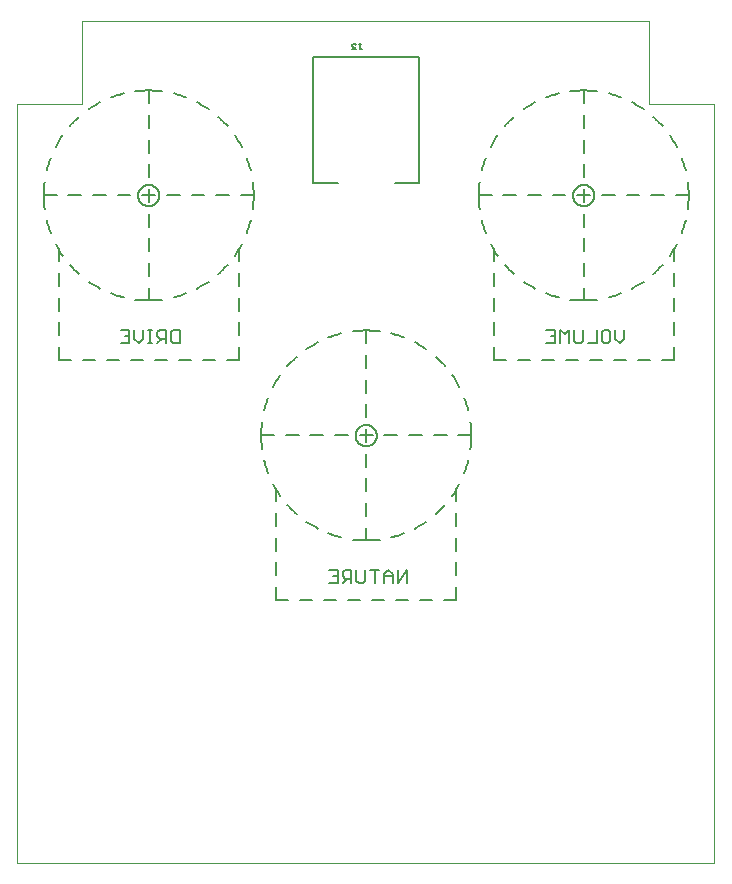
<source format=gbo>
G75*
%MOIN*%
%OFA0B0*%
%FSLAX25Y25*%
%IPPOS*%
%LPD*%
%AMOC8*
5,1,8,0,0,1.08239X$1,22.5*
%
%ADD10C,0.00500*%
%ADD11C,0.00600*%
%ADD12C,0.00000*%
%ADD13C,0.00800*%
D10*
X0091250Y0091663D02*
X0095305Y0091663D01*
X0091250Y0091663D02*
X0091250Y0096001D01*
X0091250Y0099938D02*
X0091250Y0104276D01*
X0091250Y0108213D02*
X0091250Y0112550D01*
X0091250Y0116487D02*
X0091250Y0120825D01*
X0091250Y0124762D02*
X0091250Y0129100D01*
X0090528Y0146600D02*
X0086250Y0146600D01*
X0094465Y0146600D02*
X0098743Y0146600D01*
X0102680Y0146600D02*
X0106959Y0146600D01*
X0110896Y0146600D02*
X0115174Y0146600D01*
X0119111Y0146600D02*
X0123389Y0146600D01*
X0155243Y0154935D02*
X0155057Y0155658D01*
X0154857Y0156377D01*
X0154640Y0157092D01*
X0154409Y0157802D01*
X0154163Y0158507D01*
X0153901Y0159206D01*
X0151972Y0146600D02*
X0156250Y0146600D01*
X0148035Y0146600D02*
X0143757Y0146600D01*
X0139820Y0146600D02*
X0135541Y0146600D01*
X0131604Y0146600D02*
X0127326Y0146600D01*
X0147531Y0169715D02*
X0147032Y0170271D01*
X0146521Y0170815D01*
X0145999Y0171349D01*
X0145465Y0171871D01*
X0144921Y0172382D01*
X0144365Y0172881D01*
X0163750Y0171663D02*
X0167805Y0171663D01*
X0171742Y0171663D02*
X0175797Y0171663D01*
X0179734Y0171663D02*
X0183789Y0171663D01*
X0187726Y0171663D02*
X0191781Y0171663D01*
X0195719Y0171663D02*
X0199774Y0171663D01*
X0203711Y0171663D02*
X0207766Y0171663D01*
X0211703Y0171663D02*
X0215758Y0171663D01*
X0219695Y0171663D02*
X0223750Y0171663D01*
X0223750Y0176001D01*
X0223750Y0179938D02*
X0223750Y0184276D01*
X0223750Y0188213D02*
X0223750Y0192550D01*
X0223750Y0196487D02*
X0223750Y0200825D01*
X0223750Y0204762D02*
X0223750Y0209100D01*
X0224472Y0226600D02*
X0228750Y0226600D01*
X0220535Y0226600D02*
X0216257Y0226600D01*
X0212320Y0226600D02*
X0208041Y0226600D01*
X0204104Y0226600D02*
X0199826Y0226600D01*
X0195889Y0226600D02*
X0191611Y0226600D01*
X0159757Y0234935D02*
X0159943Y0235658D01*
X0160143Y0236377D01*
X0160360Y0237092D01*
X0160591Y0237802D01*
X0160837Y0238507D01*
X0161099Y0239206D01*
X0163028Y0226600D02*
X0158750Y0226600D01*
X0166965Y0226600D02*
X0171243Y0226600D01*
X0175180Y0226600D02*
X0179459Y0226600D01*
X0183396Y0226600D02*
X0187674Y0226600D01*
X0167469Y0249715D02*
X0167968Y0250271D01*
X0168479Y0250815D01*
X0169001Y0251349D01*
X0169535Y0251871D01*
X0170079Y0252382D01*
X0170635Y0252881D01*
X0193750Y0253385D02*
X0193750Y0249107D01*
X0193750Y0245170D02*
X0193750Y0240891D01*
X0193750Y0236954D02*
X0193750Y0232676D01*
X0193750Y0228739D02*
X0193750Y0224461D01*
X0185414Y0192607D02*
X0184691Y0192793D01*
X0183972Y0192994D01*
X0183258Y0193210D01*
X0182548Y0193441D01*
X0181843Y0193688D01*
X0181144Y0193949D01*
X0193750Y0195878D02*
X0193750Y0191600D01*
X0193750Y0199815D02*
X0193750Y0204093D01*
X0193750Y0208030D02*
X0193750Y0212309D01*
X0193750Y0216246D02*
X0193750Y0220524D01*
X0202086Y0192607D02*
X0202809Y0192793D01*
X0203528Y0192994D01*
X0204242Y0193210D01*
X0204952Y0193441D01*
X0205657Y0193688D01*
X0206356Y0193949D01*
X0165041Y0206581D02*
X0164620Y0207198D01*
X0164213Y0207823D01*
X0163819Y0208457D01*
X0163439Y0209100D01*
X0163073Y0209750D01*
X0162720Y0210409D01*
X0163750Y0209100D02*
X0163750Y0204762D01*
X0163750Y0200825D02*
X0163750Y0196487D01*
X0163750Y0192550D02*
X0163750Y0188213D01*
X0163750Y0184276D02*
X0163750Y0179938D01*
X0163750Y0176001D02*
X0163750Y0171663D01*
X0151250Y0129100D02*
X0151250Y0124762D01*
X0151250Y0120825D02*
X0151250Y0116487D01*
X0151250Y0112550D02*
X0151250Y0108213D01*
X0151250Y0104276D02*
X0151250Y0099938D01*
X0151250Y0096001D02*
X0151250Y0091663D01*
X0147195Y0091663D01*
X0143258Y0091663D02*
X0139203Y0091663D01*
X0135266Y0091663D02*
X0131211Y0091663D01*
X0127274Y0091663D02*
X0123219Y0091663D01*
X0119281Y0091663D02*
X0115226Y0091663D01*
X0111289Y0091663D02*
X0107234Y0091663D01*
X0103297Y0091663D02*
X0099242Y0091663D01*
X0121250Y0111600D02*
X0121250Y0115878D01*
X0121250Y0119815D02*
X0121250Y0124093D01*
X0121250Y0128030D02*
X0121250Y0132309D01*
X0121250Y0136246D02*
X0121250Y0140524D01*
X0121250Y0144461D02*
X0121250Y0148739D01*
X0129585Y0180593D02*
X0130308Y0180407D01*
X0131027Y0180207D01*
X0131742Y0179990D01*
X0132452Y0179759D01*
X0133157Y0179513D01*
X0133856Y0179251D01*
X0121250Y0177322D02*
X0121250Y0181600D01*
X0121250Y0173385D02*
X0121250Y0169107D01*
X0121250Y0165170D02*
X0121250Y0160891D01*
X0121250Y0156954D02*
X0121250Y0152676D01*
X0112915Y0180593D02*
X0112192Y0180407D01*
X0111473Y0180207D01*
X0110758Y0179990D01*
X0110048Y0179759D01*
X0109343Y0179513D01*
X0108644Y0179251D01*
X0098135Y0172881D02*
X0097579Y0172382D01*
X0097035Y0171871D01*
X0096501Y0171349D01*
X0095979Y0170815D01*
X0095468Y0170271D01*
X0094969Y0169715D01*
X0078750Y0171663D02*
X0074695Y0171663D01*
X0078750Y0171663D02*
X0078750Y0176001D01*
X0078750Y0179938D02*
X0078750Y0184276D01*
X0078750Y0188213D02*
X0078750Y0192550D01*
X0078750Y0196487D02*
X0078750Y0200825D01*
X0078750Y0204762D02*
X0078750Y0209100D01*
X0079472Y0226600D02*
X0083750Y0226600D01*
X0075535Y0226600D02*
X0071257Y0226600D01*
X0067320Y0226600D02*
X0063041Y0226600D01*
X0059104Y0226600D02*
X0054826Y0226600D01*
X0050889Y0226600D02*
X0046611Y0226600D01*
X0014757Y0234935D02*
X0014943Y0235658D01*
X0015143Y0236377D01*
X0015360Y0237092D01*
X0015591Y0237802D01*
X0015837Y0238507D01*
X0016099Y0239206D01*
X0018028Y0226600D02*
X0013750Y0226600D01*
X0021965Y0226600D02*
X0026243Y0226600D01*
X0030180Y0226600D02*
X0034459Y0226600D01*
X0038396Y0226600D02*
X0042674Y0226600D01*
X0022469Y0249715D02*
X0022968Y0250271D01*
X0023479Y0250815D01*
X0024001Y0251349D01*
X0024535Y0251871D01*
X0025079Y0252382D01*
X0025635Y0252881D01*
X0048750Y0253385D02*
X0048750Y0249107D01*
X0048750Y0245170D02*
X0048750Y0240891D01*
X0048750Y0236954D02*
X0048750Y0232676D01*
X0048750Y0228739D02*
X0048750Y0224461D01*
X0040414Y0192607D02*
X0039691Y0192793D01*
X0038972Y0192994D01*
X0038258Y0193210D01*
X0037548Y0193441D01*
X0036843Y0193688D01*
X0036144Y0193949D01*
X0048750Y0195878D02*
X0048750Y0191600D01*
X0048750Y0199815D02*
X0048750Y0204093D01*
X0048750Y0208030D02*
X0048750Y0212309D01*
X0048750Y0216246D02*
X0048750Y0220524D01*
X0057086Y0192607D02*
X0057809Y0192793D01*
X0058528Y0192994D01*
X0059242Y0193210D01*
X0059952Y0193441D01*
X0060657Y0193688D01*
X0061356Y0193949D01*
X0062766Y0171663D02*
X0058711Y0171663D01*
X0054774Y0171663D02*
X0050719Y0171663D01*
X0046781Y0171663D02*
X0042726Y0171663D01*
X0038789Y0171663D02*
X0034734Y0171663D01*
X0030797Y0171663D02*
X0026742Y0171663D01*
X0022805Y0171663D02*
X0018750Y0171663D01*
X0018750Y0176001D01*
X0018750Y0179938D02*
X0018750Y0184276D01*
X0018750Y0188213D02*
X0018750Y0192550D01*
X0018750Y0196487D02*
X0018750Y0200825D01*
X0018750Y0204762D02*
X0018750Y0209100D01*
X0044283Y0261314D02*
X0045025Y0261401D01*
X0045768Y0261473D01*
X0046512Y0261528D01*
X0047258Y0261568D01*
X0048004Y0261592D01*
X0048750Y0261600D01*
X0048750Y0257322D01*
X0057085Y0260593D02*
X0057808Y0260407D01*
X0058527Y0260207D01*
X0059242Y0259990D01*
X0059952Y0259759D01*
X0060657Y0259513D01*
X0061356Y0259251D01*
X0071865Y0252881D02*
X0072421Y0252382D01*
X0072965Y0251871D01*
X0073499Y0251349D01*
X0074021Y0250815D01*
X0074532Y0250271D01*
X0075031Y0249715D01*
X0081401Y0239206D02*
X0081663Y0238507D01*
X0081909Y0237802D01*
X0082140Y0237092D01*
X0082357Y0236377D01*
X0082557Y0235658D01*
X0082743Y0234935D01*
X0083464Y0231067D02*
X0083551Y0230325D01*
X0083623Y0229582D01*
X0083678Y0228838D01*
X0083718Y0228092D01*
X0083742Y0227346D01*
X0083750Y0226600D01*
X0079780Y0242791D02*
X0079427Y0243449D01*
X0079061Y0244100D01*
X0078681Y0244742D01*
X0078287Y0245377D01*
X0077880Y0246002D01*
X0077459Y0246619D01*
X0053217Y0261314D02*
X0052475Y0261401D01*
X0051732Y0261473D01*
X0050988Y0261528D01*
X0050242Y0261568D01*
X0049496Y0261592D01*
X0048750Y0261600D01*
X0040415Y0260593D02*
X0039692Y0260407D01*
X0038973Y0260207D01*
X0038258Y0259990D01*
X0037548Y0259759D01*
X0036843Y0259513D01*
X0036144Y0259251D01*
X0032559Y0257630D02*
X0031901Y0257277D01*
X0031250Y0256911D01*
X0030608Y0256531D01*
X0029973Y0256137D01*
X0029348Y0255730D01*
X0028731Y0255309D01*
X0014036Y0231067D02*
X0013949Y0230325D01*
X0013877Y0229582D01*
X0013822Y0228838D01*
X0013782Y0228092D01*
X0013758Y0227346D01*
X0013750Y0226600D01*
X0017720Y0242791D02*
X0018073Y0243449D01*
X0018439Y0244100D01*
X0018819Y0244742D01*
X0019213Y0245377D01*
X0019620Y0246002D01*
X0020041Y0246619D01*
X0014757Y0218264D02*
X0014943Y0217541D01*
X0015144Y0216822D01*
X0015360Y0216108D01*
X0015591Y0215398D01*
X0015838Y0214693D01*
X0016099Y0213994D01*
X0077459Y0206581D02*
X0077880Y0207198D01*
X0078287Y0207823D01*
X0078681Y0208457D01*
X0079061Y0209100D01*
X0079427Y0209750D01*
X0079780Y0210409D01*
X0068769Y0255309D02*
X0068152Y0255730D01*
X0067527Y0256137D01*
X0066892Y0256531D01*
X0066250Y0256911D01*
X0065599Y0257277D01*
X0064941Y0257630D01*
X0082743Y0218264D02*
X0082557Y0217541D01*
X0082356Y0216822D01*
X0082140Y0216108D01*
X0081909Y0215398D01*
X0081662Y0214693D01*
X0081401Y0213994D01*
X0020041Y0206581D02*
X0019620Y0207198D01*
X0019213Y0207823D01*
X0018819Y0208457D01*
X0018439Y0209100D01*
X0018073Y0209750D01*
X0017720Y0210409D01*
X0048750Y0191600D02*
X0049497Y0191608D01*
X0050243Y0191632D01*
X0050988Y0191672D01*
X0051733Y0191727D01*
X0052476Y0191799D01*
X0053217Y0191886D01*
X0066703Y0171663D02*
X0070758Y0171663D01*
X0025635Y0200319D02*
X0025079Y0200818D01*
X0024535Y0201329D01*
X0024001Y0201851D01*
X0023479Y0202385D01*
X0022968Y0202929D01*
X0022469Y0203485D01*
X0071865Y0200319D02*
X0072421Y0200818D01*
X0072965Y0201329D01*
X0073499Y0201851D01*
X0074021Y0202385D01*
X0074532Y0202929D01*
X0075031Y0203485D01*
X0048750Y0191600D02*
X0048003Y0191608D01*
X0047257Y0191632D01*
X0046512Y0191672D01*
X0045767Y0191727D01*
X0045024Y0191799D01*
X0044283Y0191886D01*
X0045215Y0226600D02*
X0045217Y0226719D01*
X0045223Y0226837D01*
X0045233Y0226956D01*
X0045247Y0227074D01*
X0045265Y0227191D01*
X0045287Y0227308D01*
X0045312Y0227424D01*
X0045342Y0227539D01*
X0045375Y0227653D01*
X0045413Y0227766D01*
X0045454Y0227877D01*
X0045498Y0227987D01*
X0045547Y0228095D01*
X0045599Y0228202D01*
X0045655Y0228307D01*
X0045714Y0228410D01*
X0045776Y0228511D01*
X0045842Y0228610D01*
X0045911Y0228707D01*
X0045984Y0228801D01*
X0046059Y0228892D01*
X0046138Y0228982D01*
X0046219Y0229068D01*
X0046303Y0229152D01*
X0046391Y0229232D01*
X0046480Y0229310D01*
X0046573Y0229385D01*
X0046667Y0229456D01*
X0046765Y0229525D01*
X0046864Y0229590D01*
X0046965Y0229651D01*
X0047069Y0229710D01*
X0047174Y0229764D01*
X0047282Y0229816D01*
X0047390Y0229863D01*
X0047501Y0229907D01*
X0047613Y0229947D01*
X0047726Y0229983D01*
X0047840Y0230016D01*
X0047955Y0230044D01*
X0048071Y0230069D01*
X0048188Y0230090D01*
X0048306Y0230107D01*
X0048424Y0230120D01*
X0048542Y0230129D01*
X0048661Y0230134D01*
X0048780Y0230135D01*
X0048898Y0230132D01*
X0049017Y0230125D01*
X0049135Y0230114D01*
X0049253Y0230099D01*
X0049370Y0230080D01*
X0049487Y0230057D01*
X0049603Y0230031D01*
X0049717Y0230000D01*
X0049831Y0229966D01*
X0049944Y0229927D01*
X0050055Y0229885D01*
X0050164Y0229840D01*
X0050272Y0229790D01*
X0050379Y0229737D01*
X0050483Y0229681D01*
X0050586Y0229621D01*
X0050686Y0229558D01*
X0050784Y0229491D01*
X0050880Y0229421D01*
X0050974Y0229348D01*
X0051065Y0229272D01*
X0051153Y0229192D01*
X0051239Y0229110D01*
X0051322Y0229025D01*
X0051402Y0228937D01*
X0051479Y0228847D01*
X0051553Y0228754D01*
X0051624Y0228659D01*
X0051691Y0228561D01*
X0051756Y0228461D01*
X0051816Y0228359D01*
X0051874Y0228255D01*
X0051928Y0228149D01*
X0051978Y0228041D01*
X0052024Y0227932D01*
X0052067Y0227821D01*
X0052106Y0227709D01*
X0052142Y0227596D01*
X0052173Y0227481D01*
X0052201Y0227366D01*
X0052225Y0227250D01*
X0052245Y0227132D01*
X0052261Y0227015D01*
X0052273Y0226897D01*
X0052281Y0226778D01*
X0052285Y0226659D01*
X0052285Y0226541D01*
X0052281Y0226422D01*
X0052273Y0226303D01*
X0052261Y0226185D01*
X0052245Y0226068D01*
X0052225Y0225950D01*
X0052201Y0225834D01*
X0052173Y0225719D01*
X0052142Y0225604D01*
X0052106Y0225491D01*
X0052067Y0225379D01*
X0052024Y0225268D01*
X0051978Y0225159D01*
X0051928Y0225051D01*
X0051874Y0224945D01*
X0051816Y0224841D01*
X0051756Y0224739D01*
X0051691Y0224639D01*
X0051624Y0224541D01*
X0051553Y0224446D01*
X0051479Y0224353D01*
X0051402Y0224263D01*
X0051322Y0224175D01*
X0051239Y0224090D01*
X0051153Y0224008D01*
X0051065Y0223928D01*
X0050974Y0223852D01*
X0050880Y0223779D01*
X0050784Y0223709D01*
X0050686Y0223642D01*
X0050586Y0223579D01*
X0050483Y0223519D01*
X0050379Y0223463D01*
X0050272Y0223410D01*
X0050164Y0223360D01*
X0050055Y0223315D01*
X0049944Y0223273D01*
X0049831Y0223234D01*
X0049717Y0223200D01*
X0049603Y0223169D01*
X0049487Y0223143D01*
X0049370Y0223120D01*
X0049253Y0223101D01*
X0049135Y0223086D01*
X0049017Y0223075D01*
X0048898Y0223068D01*
X0048780Y0223065D01*
X0048661Y0223066D01*
X0048542Y0223071D01*
X0048424Y0223080D01*
X0048306Y0223093D01*
X0048188Y0223110D01*
X0048071Y0223131D01*
X0047955Y0223156D01*
X0047840Y0223184D01*
X0047726Y0223217D01*
X0047613Y0223253D01*
X0047501Y0223293D01*
X0047390Y0223337D01*
X0047282Y0223384D01*
X0047174Y0223436D01*
X0047069Y0223490D01*
X0046965Y0223549D01*
X0046864Y0223610D01*
X0046765Y0223675D01*
X0046667Y0223744D01*
X0046573Y0223815D01*
X0046480Y0223890D01*
X0046391Y0223968D01*
X0046303Y0224048D01*
X0046219Y0224132D01*
X0046138Y0224218D01*
X0046059Y0224308D01*
X0045984Y0224399D01*
X0045911Y0224493D01*
X0045842Y0224590D01*
X0045776Y0224689D01*
X0045714Y0224790D01*
X0045655Y0224893D01*
X0045599Y0224998D01*
X0045547Y0225105D01*
X0045498Y0225213D01*
X0045454Y0225323D01*
X0045413Y0225434D01*
X0045375Y0225547D01*
X0045342Y0225661D01*
X0045312Y0225776D01*
X0045287Y0225892D01*
X0045265Y0226009D01*
X0045247Y0226126D01*
X0045233Y0226244D01*
X0045223Y0226363D01*
X0045217Y0226481D01*
X0045215Y0226600D01*
X0083464Y0222133D02*
X0083551Y0222874D01*
X0083623Y0223617D01*
X0083678Y0224362D01*
X0083718Y0225107D01*
X0083742Y0225853D01*
X0083750Y0226600D01*
X0014036Y0222133D02*
X0013949Y0222874D01*
X0013877Y0223617D01*
X0013822Y0224362D01*
X0013782Y0225107D01*
X0013758Y0225853D01*
X0013750Y0226600D01*
X0064941Y0195570D02*
X0065600Y0195923D01*
X0066250Y0196289D01*
X0066893Y0196669D01*
X0067527Y0197063D01*
X0068152Y0197470D01*
X0068769Y0197891D01*
X0032559Y0195570D02*
X0031900Y0195923D01*
X0031250Y0196289D01*
X0030607Y0196669D01*
X0029973Y0197063D01*
X0029348Y0197470D01*
X0028731Y0197891D01*
X0116542Y0275250D02*
X0117810Y0275250D01*
X0116542Y0276518D01*
X0116542Y0276835D01*
X0116859Y0277152D01*
X0117493Y0277152D01*
X0117810Y0276835D01*
X0118752Y0277152D02*
X0119386Y0277152D01*
X0119069Y0277152D02*
X0119069Y0275567D01*
X0119386Y0275250D01*
X0119703Y0275250D01*
X0120020Y0275567D01*
X0193750Y0261600D02*
X0193750Y0257322D01*
X0202085Y0260593D02*
X0202808Y0260407D01*
X0203527Y0260207D01*
X0204242Y0259990D01*
X0204952Y0259759D01*
X0205657Y0259513D01*
X0206356Y0259251D01*
X0216865Y0252881D02*
X0217421Y0252382D01*
X0217965Y0251871D01*
X0218499Y0251349D01*
X0219021Y0250815D01*
X0219532Y0250271D01*
X0220031Y0249715D01*
X0226401Y0239206D02*
X0226663Y0238507D01*
X0226909Y0237802D01*
X0227140Y0237092D01*
X0227357Y0236377D01*
X0227557Y0235658D01*
X0227743Y0234935D01*
X0228464Y0231067D02*
X0228551Y0230325D01*
X0228623Y0229582D01*
X0228678Y0228838D01*
X0228718Y0228092D01*
X0228742Y0227346D01*
X0228750Y0226600D01*
X0224780Y0242791D02*
X0224427Y0243449D01*
X0224061Y0244100D01*
X0223681Y0244742D01*
X0223287Y0245377D01*
X0222880Y0246002D01*
X0222459Y0246619D01*
X0198217Y0261314D02*
X0197475Y0261401D01*
X0196732Y0261473D01*
X0195988Y0261528D01*
X0195242Y0261568D01*
X0194496Y0261592D01*
X0193750Y0261600D01*
X0185415Y0260593D02*
X0184692Y0260407D01*
X0183973Y0260207D01*
X0183258Y0259990D01*
X0182548Y0259759D01*
X0181843Y0259513D01*
X0181144Y0259251D01*
X0189283Y0261314D02*
X0190025Y0261401D01*
X0190768Y0261473D01*
X0191512Y0261528D01*
X0192258Y0261568D01*
X0193004Y0261592D01*
X0193750Y0261600D01*
X0209941Y0257630D02*
X0210599Y0257277D01*
X0211250Y0256911D01*
X0211892Y0256531D01*
X0212527Y0256137D01*
X0213152Y0255730D01*
X0213769Y0255309D01*
X0177559Y0257630D02*
X0176901Y0257277D01*
X0176250Y0256911D01*
X0175608Y0256531D01*
X0174973Y0256137D01*
X0174348Y0255730D01*
X0173731Y0255309D01*
X0159036Y0231067D02*
X0158949Y0230325D01*
X0158877Y0229582D01*
X0158822Y0228838D01*
X0158782Y0228092D01*
X0158758Y0227346D01*
X0158750Y0226600D01*
X0162720Y0242791D02*
X0163073Y0243449D01*
X0163439Y0244100D01*
X0163819Y0244742D01*
X0164213Y0245377D01*
X0164620Y0246002D01*
X0165041Y0246619D01*
X0159757Y0218264D02*
X0159943Y0217541D01*
X0160144Y0216822D01*
X0160360Y0216108D01*
X0160591Y0215398D01*
X0160838Y0214693D01*
X0161099Y0213994D01*
X0222459Y0206581D02*
X0222880Y0207198D01*
X0223287Y0207823D01*
X0223681Y0208457D01*
X0224061Y0209100D01*
X0224427Y0209750D01*
X0224780Y0210409D01*
X0193750Y0191600D02*
X0193003Y0191608D01*
X0192257Y0191632D01*
X0191512Y0191672D01*
X0190767Y0191727D01*
X0190024Y0191799D01*
X0189283Y0191886D01*
X0170635Y0200319D02*
X0170079Y0200818D01*
X0169535Y0201329D01*
X0169001Y0201851D01*
X0168479Y0202385D01*
X0167968Y0202929D01*
X0167469Y0203485D01*
X0193750Y0191600D02*
X0194497Y0191608D01*
X0195243Y0191632D01*
X0195988Y0191672D01*
X0196733Y0191727D01*
X0197476Y0191799D01*
X0198217Y0191886D01*
X0216865Y0200319D02*
X0217421Y0200818D01*
X0217965Y0201329D01*
X0218499Y0201851D01*
X0219021Y0202385D01*
X0219532Y0202929D01*
X0220031Y0203485D01*
X0159036Y0222133D02*
X0158949Y0222874D01*
X0158877Y0223617D01*
X0158822Y0224362D01*
X0158782Y0225107D01*
X0158758Y0225853D01*
X0158750Y0226600D01*
X0228464Y0222133D02*
X0228551Y0222874D01*
X0228623Y0223617D01*
X0228678Y0224362D01*
X0228718Y0225107D01*
X0228742Y0225853D01*
X0228750Y0226600D01*
X0227743Y0218264D02*
X0227557Y0217541D01*
X0227356Y0216822D01*
X0227140Y0216108D01*
X0226909Y0215398D01*
X0226662Y0214693D01*
X0226401Y0213994D01*
X0190215Y0226600D02*
X0190217Y0226719D01*
X0190223Y0226837D01*
X0190233Y0226956D01*
X0190247Y0227074D01*
X0190265Y0227191D01*
X0190287Y0227308D01*
X0190312Y0227424D01*
X0190342Y0227539D01*
X0190375Y0227653D01*
X0190413Y0227766D01*
X0190454Y0227877D01*
X0190498Y0227987D01*
X0190547Y0228095D01*
X0190599Y0228202D01*
X0190655Y0228307D01*
X0190714Y0228410D01*
X0190776Y0228511D01*
X0190842Y0228610D01*
X0190911Y0228707D01*
X0190984Y0228801D01*
X0191059Y0228892D01*
X0191138Y0228982D01*
X0191219Y0229068D01*
X0191303Y0229152D01*
X0191391Y0229232D01*
X0191480Y0229310D01*
X0191573Y0229385D01*
X0191667Y0229456D01*
X0191765Y0229525D01*
X0191864Y0229590D01*
X0191965Y0229651D01*
X0192069Y0229710D01*
X0192174Y0229764D01*
X0192282Y0229816D01*
X0192390Y0229863D01*
X0192501Y0229907D01*
X0192613Y0229947D01*
X0192726Y0229983D01*
X0192840Y0230016D01*
X0192955Y0230044D01*
X0193071Y0230069D01*
X0193188Y0230090D01*
X0193306Y0230107D01*
X0193424Y0230120D01*
X0193542Y0230129D01*
X0193661Y0230134D01*
X0193780Y0230135D01*
X0193898Y0230132D01*
X0194017Y0230125D01*
X0194135Y0230114D01*
X0194253Y0230099D01*
X0194370Y0230080D01*
X0194487Y0230057D01*
X0194603Y0230031D01*
X0194717Y0230000D01*
X0194831Y0229966D01*
X0194944Y0229927D01*
X0195055Y0229885D01*
X0195164Y0229840D01*
X0195272Y0229790D01*
X0195379Y0229737D01*
X0195483Y0229681D01*
X0195586Y0229621D01*
X0195686Y0229558D01*
X0195784Y0229491D01*
X0195880Y0229421D01*
X0195974Y0229348D01*
X0196065Y0229272D01*
X0196153Y0229192D01*
X0196239Y0229110D01*
X0196322Y0229025D01*
X0196402Y0228937D01*
X0196479Y0228847D01*
X0196553Y0228754D01*
X0196624Y0228659D01*
X0196691Y0228561D01*
X0196756Y0228461D01*
X0196816Y0228359D01*
X0196874Y0228255D01*
X0196928Y0228149D01*
X0196978Y0228041D01*
X0197024Y0227932D01*
X0197067Y0227821D01*
X0197106Y0227709D01*
X0197142Y0227596D01*
X0197173Y0227481D01*
X0197201Y0227366D01*
X0197225Y0227250D01*
X0197245Y0227132D01*
X0197261Y0227015D01*
X0197273Y0226897D01*
X0197281Y0226778D01*
X0197285Y0226659D01*
X0197285Y0226541D01*
X0197281Y0226422D01*
X0197273Y0226303D01*
X0197261Y0226185D01*
X0197245Y0226068D01*
X0197225Y0225950D01*
X0197201Y0225834D01*
X0197173Y0225719D01*
X0197142Y0225604D01*
X0197106Y0225491D01*
X0197067Y0225379D01*
X0197024Y0225268D01*
X0196978Y0225159D01*
X0196928Y0225051D01*
X0196874Y0224945D01*
X0196816Y0224841D01*
X0196756Y0224739D01*
X0196691Y0224639D01*
X0196624Y0224541D01*
X0196553Y0224446D01*
X0196479Y0224353D01*
X0196402Y0224263D01*
X0196322Y0224175D01*
X0196239Y0224090D01*
X0196153Y0224008D01*
X0196065Y0223928D01*
X0195974Y0223852D01*
X0195880Y0223779D01*
X0195784Y0223709D01*
X0195686Y0223642D01*
X0195586Y0223579D01*
X0195483Y0223519D01*
X0195379Y0223463D01*
X0195272Y0223410D01*
X0195164Y0223360D01*
X0195055Y0223315D01*
X0194944Y0223273D01*
X0194831Y0223234D01*
X0194717Y0223200D01*
X0194603Y0223169D01*
X0194487Y0223143D01*
X0194370Y0223120D01*
X0194253Y0223101D01*
X0194135Y0223086D01*
X0194017Y0223075D01*
X0193898Y0223068D01*
X0193780Y0223065D01*
X0193661Y0223066D01*
X0193542Y0223071D01*
X0193424Y0223080D01*
X0193306Y0223093D01*
X0193188Y0223110D01*
X0193071Y0223131D01*
X0192955Y0223156D01*
X0192840Y0223184D01*
X0192726Y0223217D01*
X0192613Y0223253D01*
X0192501Y0223293D01*
X0192390Y0223337D01*
X0192282Y0223384D01*
X0192174Y0223436D01*
X0192069Y0223490D01*
X0191965Y0223549D01*
X0191864Y0223610D01*
X0191765Y0223675D01*
X0191667Y0223744D01*
X0191573Y0223815D01*
X0191480Y0223890D01*
X0191391Y0223968D01*
X0191303Y0224048D01*
X0191219Y0224132D01*
X0191138Y0224218D01*
X0191059Y0224308D01*
X0190984Y0224399D01*
X0190911Y0224493D01*
X0190842Y0224590D01*
X0190776Y0224689D01*
X0190714Y0224790D01*
X0190655Y0224893D01*
X0190599Y0224998D01*
X0190547Y0225105D01*
X0190498Y0225213D01*
X0190454Y0225323D01*
X0190413Y0225434D01*
X0190375Y0225547D01*
X0190342Y0225661D01*
X0190312Y0225776D01*
X0190287Y0225892D01*
X0190265Y0226009D01*
X0190247Y0226126D01*
X0190233Y0226244D01*
X0190223Y0226363D01*
X0190217Y0226481D01*
X0190215Y0226600D01*
X0209941Y0195570D02*
X0210600Y0195923D01*
X0211250Y0196289D01*
X0211893Y0196669D01*
X0212527Y0197063D01*
X0213152Y0197470D01*
X0213769Y0197891D01*
X0177559Y0195570D02*
X0176900Y0195923D01*
X0176250Y0196289D01*
X0175607Y0196669D01*
X0174973Y0197063D01*
X0174348Y0197470D01*
X0173731Y0197891D01*
X0155964Y0151067D02*
X0156051Y0150325D01*
X0156123Y0149582D01*
X0156178Y0148838D01*
X0156218Y0148092D01*
X0156242Y0147346D01*
X0156250Y0146600D01*
X0152280Y0162791D02*
X0151927Y0163449D01*
X0151561Y0164100D01*
X0151181Y0164742D01*
X0150787Y0165377D01*
X0150380Y0166002D01*
X0149959Y0166619D01*
X0125717Y0181314D02*
X0124975Y0181401D01*
X0124232Y0181473D01*
X0123488Y0181528D01*
X0122742Y0181568D01*
X0121996Y0181592D01*
X0121250Y0181600D01*
X0137441Y0177630D02*
X0138099Y0177277D01*
X0138750Y0176911D01*
X0139392Y0176531D01*
X0140027Y0176137D01*
X0140652Y0175730D01*
X0141269Y0175309D01*
X0105059Y0177630D02*
X0104401Y0177277D01*
X0103750Y0176911D01*
X0103108Y0176531D01*
X0102473Y0176137D01*
X0101848Y0175730D01*
X0101231Y0175309D01*
X0088599Y0159206D02*
X0088337Y0158507D01*
X0088091Y0157802D01*
X0087860Y0157092D01*
X0087643Y0156377D01*
X0087443Y0155658D01*
X0087257Y0154935D01*
X0116783Y0181314D02*
X0117525Y0181401D01*
X0118268Y0181473D01*
X0119012Y0181528D01*
X0119758Y0181568D01*
X0120504Y0181592D01*
X0121250Y0181600D01*
X0086536Y0151067D02*
X0086449Y0150325D01*
X0086377Y0149582D01*
X0086322Y0148838D01*
X0086282Y0148092D01*
X0086258Y0147346D01*
X0086250Y0146600D01*
X0090220Y0162791D02*
X0090573Y0163449D01*
X0090939Y0164100D01*
X0091319Y0164742D01*
X0091713Y0165377D01*
X0092120Y0166002D01*
X0092541Y0166619D01*
X0087257Y0138264D02*
X0087443Y0137541D01*
X0087644Y0136822D01*
X0087860Y0136108D01*
X0088091Y0135398D01*
X0088338Y0134693D01*
X0088599Y0133994D01*
X0129586Y0112607D02*
X0130309Y0112793D01*
X0131028Y0112994D01*
X0131742Y0113210D01*
X0132452Y0113441D01*
X0133157Y0113688D01*
X0133856Y0113949D01*
X0112914Y0112607D02*
X0112191Y0112793D01*
X0111472Y0112994D01*
X0110758Y0113210D01*
X0110048Y0113441D01*
X0109343Y0113688D01*
X0108644Y0113949D01*
X0149959Y0126581D02*
X0150380Y0127198D01*
X0150787Y0127823D01*
X0151181Y0128457D01*
X0151561Y0129100D01*
X0151927Y0129750D01*
X0152280Y0130409D01*
X0092541Y0126581D02*
X0092120Y0127198D01*
X0091713Y0127823D01*
X0091319Y0128457D01*
X0090939Y0129100D01*
X0090573Y0129750D01*
X0090220Y0130409D01*
X0121250Y0111600D02*
X0121997Y0111608D01*
X0122743Y0111632D01*
X0123488Y0111672D01*
X0124233Y0111727D01*
X0124976Y0111799D01*
X0125717Y0111886D01*
X0098135Y0120319D02*
X0097579Y0120818D01*
X0097035Y0121329D01*
X0096501Y0121851D01*
X0095979Y0122385D01*
X0095468Y0122929D01*
X0094969Y0123485D01*
X0144365Y0120319D02*
X0144921Y0120818D01*
X0145465Y0121329D01*
X0145999Y0121851D01*
X0146521Y0122385D01*
X0147032Y0122929D01*
X0147531Y0123485D01*
X0121250Y0111600D02*
X0120503Y0111608D01*
X0119757Y0111632D01*
X0119012Y0111672D01*
X0118267Y0111727D01*
X0117524Y0111799D01*
X0116783Y0111886D01*
X0117715Y0146600D02*
X0117717Y0146719D01*
X0117723Y0146837D01*
X0117733Y0146956D01*
X0117747Y0147074D01*
X0117765Y0147191D01*
X0117787Y0147308D01*
X0117812Y0147424D01*
X0117842Y0147539D01*
X0117875Y0147653D01*
X0117913Y0147766D01*
X0117954Y0147877D01*
X0117998Y0147987D01*
X0118047Y0148095D01*
X0118099Y0148202D01*
X0118155Y0148307D01*
X0118214Y0148410D01*
X0118276Y0148511D01*
X0118342Y0148610D01*
X0118411Y0148707D01*
X0118484Y0148801D01*
X0118559Y0148892D01*
X0118638Y0148982D01*
X0118719Y0149068D01*
X0118803Y0149152D01*
X0118891Y0149232D01*
X0118980Y0149310D01*
X0119073Y0149385D01*
X0119167Y0149456D01*
X0119265Y0149525D01*
X0119364Y0149590D01*
X0119465Y0149651D01*
X0119569Y0149710D01*
X0119674Y0149764D01*
X0119782Y0149816D01*
X0119890Y0149863D01*
X0120001Y0149907D01*
X0120113Y0149947D01*
X0120226Y0149983D01*
X0120340Y0150016D01*
X0120455Y0150044D01*
X0120571Y0150069D01*
X0120688Y0150090D01*
X0120806Y0150107D01*
X0120924Y0150120D01*
X0121042Y0150129D01*
X0121161Y0150134D01*
X0121280Y0150135D01*
X0121398Y0150132D01*
X0121517Y0150125D01*
X0121635Y0150114D01*
X0121753Y0150099D01*
X0121870Y0150080D01*
X0121987Y0150057D01*
X0122103Y0150031D01*
X0122217Y0150000D01*
X0122331Y0149966D01*
X0122444Y0149927D01*
X0122555Y0149885D01*
X0122664Y0149840D01*
X0122772Y0149790D01*
X0122879Y0149737D01*
X0122983Y0149681D01*
X0123086Y0149621D01*
X0123186Y0149558D01*
X0123284Y0149491D01*
X0123380Y0149421D01*
X0123474Y0149348D01*
X0123565Y0149272D01*
X0123653Y0149192D01*
X0123739Y0149110D01*
X0123822Y0149025D01*
X0123902Y0148937D01*
X0123979Y0148847D01*
X0124053Y0148754D01*
X0124124Y0148659D01*
X0124191Y0148561D01*
X0124256Y0148461D01*
X0124316Y0148359D01*
X0124374Y0148255D01*
X0124428Y0148149D01*
X0124478Y0148041D01*
X0124524Y0147932D01*
X0124567Y0147821D01*
X0124606Y0147709D01*
X0124642Y0147596D01*
X0124673Y0147481D01*
X0124701Y0147366D01*
X0124725Y0147250D01*
X0124745Y0147132D01*
X0124761Y0147015D01*
X0124773Y0146897D01*
X0124781Y0146778D01*
X0124785Y0146659D01*
X0124785Y0146541D01*
X0124781Y0146422D01*
X0124773Y0146303D01*
X0124761Y0146185D01*
X0124745Y0146068D01*
X0124725Y0145950D01*
X0124701Y0145834D01*
X0124673Y0145719D01*
X0124642Y0145604D01*
X0124606Y0145491D01*
X0124567Y0145379D01*
X0124524Y0145268D01*
X0124478Y0145159D01*
X0124428Y0145051D01*
X0124374Y0144945D01*
X0124316Y0144841D01*
X0124256Y0144739D01*
X0124191Y0144639D01*
X0124124Y0144541D01*
X0124053Y0144446D01*
X0123979Y0144353D01*
X0123902Y0144263D01*
X0123822Y0144175D01*
X0123739Y0144090D01*
X0123653Y0144008D01*
X0123565Y0143928D01*
X0123474Y0143852D01*
X0123380Y0143779D01*
X0123284Y0143709D01*
X0123186Y0143642D01*
X0123086Y0143579D01*
X0122983Y0143519D01*
X0122879Y0143463D01*
X0122772Y0143410D01*
X0122664Y0143360D01*
X0122555Y0143315D01*
X0122444Y0143273D01*
X0122331Y0143234D01*
X0122217Y0143200D01*
X0122103Y0143169D01*
X0121987Y0143143D01*
X0121870Y0143120D01*
X0121753Y0143101D01*
X0121635Y0143086D01*
X0121517Y0143075D01*
X0121398Y0143068D01*
X0121280Y0143065D01*
X0121161Y0143066D01*
X0121042Y0143071D01*
X0120924Y0143080D01*
X0120806Y0143093D01*
X0120688Y0143110D01*
X0120571Y0143131D01*
X0120455Y0143156D01*
X0120340Y0143184D01*
X0120226Y0143217D01*
X0120113Y0143253D01*
X0120001Y0143293D01*
X0119890Y0143337D01*
X0119782Y0143384D01*
X0119674Y0143436D01*
X0119569Y0143490D01*
X0119465Y0143549D01*
X0119364Y0143610D01*
X0119265Y0143675D01*
X0119167Y0143744D01*
X0119073Y0143815D01*
X0118980Y0143890D01*
X0118891Y0143968D01*
X0118803Y0144048D01*
X0118719Y0144132D01*
X0118638Y0144218D01*
X0118559Y0144308D01*
X0118484Y0144399D01*
X0118411Y0144493D01*
X0118342Y0144590D01*
X0118276Y0144689D01*
X0118214Y0144790D01*
X0118155Y0144893D01*
X0118099Y0144998D01*
X0118047Y0145105D01*
X0117998Y0145213D01*
X0117954Y0145323D01*
X0117913Y0145434D01*
X0117875Y0145547D01*
X0117842Y0145661D01*
X0117812Y0145776D01*
X0117787Y0145892D01*
X0117765Y0146009D01*
X0117747Y0146126D01*
X0117733Y0146244D01*
X0117723Y0146363D01*
X0117717Y0146481D01*
X0117715Y0146600D01*
X0155964Y0142133D02*
X0156051Y0142874D01*
X0156123Y0143617D01*
X0156178Y0144362D01*
X0156218Y0145107D01*
X0156242Y0145853D01*
X0156250Y0146600D01*
X0086536Y0142133D02*
X0086449Y0142874D01*
X0086377Y0143617D01*
X0086322Y0144362D01*
X0086282Y0145107D01*
X0086258Y0145853D01*
X0086250Y0146600D01*
X0137441Y0115570D02*
X0138100Y0115923D01*
X0138750Y0116289D01*
X0139393Y0116669D01*
X0140027Y0117063D01*
X0140652Y0117470D01*
X0141269Y0117891D01*
X0105059Y0115570D02*
X0104400Y0115923D01*
X0103750Y0116289D01*
X0103107Y0116669D01*
X0102473Y0117063D01*
X0101848Y0117470D01*
X0101231Y0117891D01*
X0153901Y0133994D02*
X0154162Y0134693D01*
X0154409Y0135398D01*
X0154640Y0136108D01*
X0154856Y0136822D01*
X0155057Y0137541D01*
X0155243Y0138264D01*
D11*
X0134762Y0101804D02*
X0131826Y0097400D01*
X0131826Y0101804D01*
X0130158Y0100336D02*
X0130158Y0097400D01*
X0130158Y0099602D02*
X0127222Y0099602D01*
X0127222Y0100336D02*
X0127222Y0097400D01*
X0127222Y0100336D02*
X0128690Y0101804D01*
X0130158Y0100336D01*
X0134762Y0101804D02*
X0134762Y0097400D01*
X0125554Y0101804D02*
X0122618Y0101804D01*
X0124086Y0101804D02*
X0124086Y0097400D01*
X0120950Y0098134D02*
X0120950Y0101804D01*
X0118014Y0101804D02*
X0118014Y0098134D01*
X0118748Y0097400D01*
X0120216Y0097400D01*
X0120950Y0098134D01*
X0116346Y0098868D02*
X0114144Y0098868D01*
X0113410Y0099602D01*
X0113410Y0101070D01*
X0114144Y0101804D01*
X0116346Y0101804D01*
X0116346Y0097400D01*
X0114878Y0098868D02*
X0113410Y0097400D01*
X0111742Y0097400D02*
X0111742Y0101804D01*
X0108806Y0101804D01*
X0110274Y0099602D02*
X0111742Y0099602D01*
X0111742Y0097400D02*
X0108806Y0097400D01*
X0059193Y0177400D02*
X0056991Y0177400D01*
X0056257Y0178134D01*
X0056257Y0181070D01*
X0056991Y0181804D01*
X0059193Y0181804D01*
X0059193Y0177400D01*
X0054589Y0177400D02*
X0054589Y0181804D01*
X0052387Y0181804D01*
X0051653Y0181070D01*
X0051653Y0179602D01*
X0052387Y0178868D01*
X0054589Y0178868D01*
X0053121Y0178868D02*
X0051653Y0177400D01*
X0049985Y0177400D02*
X0048517Y0177400D01*
X0049251Y0177400D02*
X0049251Y0181804D01*
X0049985Y0181804D02*
X0048517Y0181804D01*
X0046915Y0181804D02*
X0046915Y0178868D01*
X0045447Y0177400D01*
X0043980Y0178868D01*
X0043980Y0181804D01*
X0042311Y0181804D02*
X0042311Y0177400D01*
X0039376Y0177400D01*
X0040844Y0179602D02*
X0042311Y0179602D01*
X0042311Y0181804D02*
X0039376Y0181804D01*
X0181306Y0181804D02*
X0184242Y0181804D01*
X0184242Y0177400D01*
X0181306Y0177400D01*
X0182774Y0179602D02*
X0184242Y0179602D01*
X0185910Y0181804D02*
X0185910Y0177400D01*
X0188846Y0177400D02*
X0188846Y0181804D01*
X0187378Y0180336D01*
X0185910Y0181804D01*
X0190514Y0181804D02*
X0190514Y0178134D01*
X0191248Y0177400D01*
X0192716Y0177400D01*
X0193450Y0178134D01*
X0193450Y0181804D01*
X0198054Y0181804D02*
X0198054Y0177400D01*
X0195118Y0177400D01*
X0199722Y0178134D02*
X0199722Y0181070D01*
X0200456Y0181804D01*
X0201924Y0181804D01*
X0202658Y0181070D01*
X0202658Y0178134D01*
X0201924Y0177400D01*
X0200456Y0177400D01*
X0199722Y0178134D01*
X0204326Y0178868D02*
X0204326Y0181804D01*
X0207262Y0181804D02*
X0207262Y0178868D01*
X0205794Y0177400D01*
X0204326Y0178868D01*
D12*
X0237283Y0004100D02*
X0005000Y0004100D01*
X0005000Y0257131D01*
X0026654Y0257131D01*
X0026654Y0284691D01*
X0215630Y0284691D01*
X0215630Y0257131D01*
X0237283Y0257131D01*
X0237283Y0004100D01*
D13*
X0138967Y0230663D02*
X0130699Y0230663D01*
X0138967Y0230663D02*
X0138967Y0233419D01*
X0138950Y0233400D02*
X0138950Y0252775D01*
X0138967Y0251923D02*
X0138967Y0272789D01*
X0103533Y0272789D01*
X0103533Y0230663D01*
X0111801Y0230663D01*
M02*

</source>
